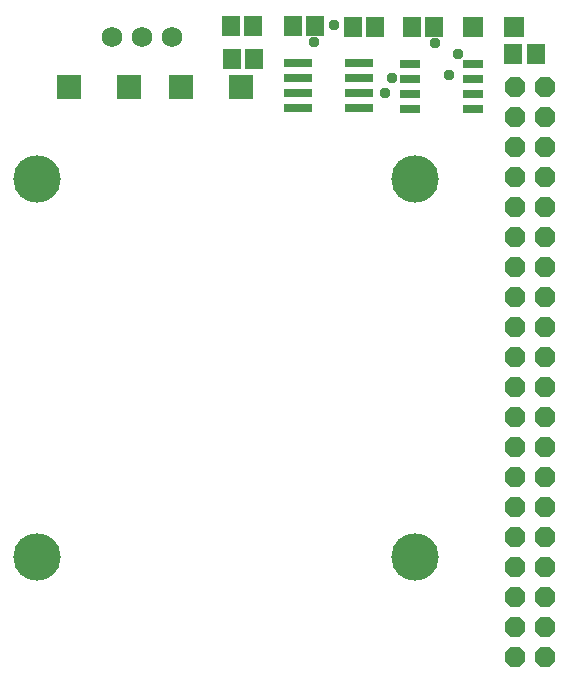
<source format=gbr>
G04 EAGLE Gerber RS-274X export*
G75*
%MOMM*%
%FSLAX34Y34*%
%LPD*%
%INSoldermask Top*%
%IPPOS*%
%AMOC8*
5,1,8,0,0,1.08239X$1,22.5*%
G01*
%ADD10P,1.869504X8X292.500000*%
%ADD11R,1.503200X1.703200*%
%ADD12R,2.108200X2.108200*%
%ADD13C,4.013200*%
%ADD14R,2.403200X0.803200*%
%ADD15R,1.753200X0.803200*%
%ADD16C,1.727200*%
%ADD17R,1.703200X1.703200*%
%ADD18C,0.959600*%


D10*
X466725Y504825D03*
X492125Y504825D03*
X466725Y479425D03*
X492125Y479425D03*
X466725Y454025D03*
X492125Y454025D03*
X466725Y428625D03*
X492125Y428625D03*
X466725Y403225D03*
X492125Y403225D03*
X466725Y377825D03*
X492125Y377825D03*
X466725Y352425D03*
X492125Y352425D03*
X466725Y327025D03*
X492125Y327025D03*
X466725Y301625D03*
X492125Y301625D03*
X466725Y276225D03*
X492125Y276225D03*
X466725Y250825D03*
X492125Y250825D03*
X466725Y225425D03*
X492125Y225425D03*
X466725Y200025D03*
X492125Y200025D03*
X466725Y174625D03*
X492125Y174625D03*
X466725Y149225D03*
X492125Y149225D03*
X466725Y123825D03*
X492125Y123825D03*
X466725Y98425D03*
X492125Y98425D03*
X466725Y73025D03*
X492125Y73025D03*
X466725Y47625D03*
X492125Y47625D03*
X466725Y22225D03*
X492125Y22225D03*
D11*
X348431Y555625D03*
X329431Y555625D03*
D12*
X234950Y504825D03*
X184150Y504825D03*
X139700Y504825D03*
X88900Y504825D03*
D13*
X382225Y426725D03*
X62225Y426725D03*
X62225Y106725D03*
X382225Y106725D03*
D11*
X379438Y555625D03*
X398438Y555625D03*
X245244Y556419D03*
X226244Y556419D03*
D14*
X334769Y499269D03*
X282769Y499269D03*
X334769Y486569D03*
X334769Y511969D03*
X334769Y524669D03*
X282769Y486569D03*
X282769Y511969D03*
X282769Y524669D03*
D11*
X246038Y528638D03*
X227038Y528638D03*
D15*
X431513Y485775D03*
X431513Y498475D03*
X431513Y511175D03*
X431513Y523875D03*
X377513Y523875D03*
X377513Y511175D03*
X377513Y498475D03*
X377513Y485775D03*
D11*
X297631Y556419D03*
X278631Y556419D03*
D16*
X176213Y546894D03*
X150813Y546894D03*
X125413Y546894D03*
D17*
X465969Y555625D03*
X430969Y555625D03*
D11*
X465163Y532606D03*
X484163Y532606D03*
D18*
X313277Y556641D03*
X296767Y542925D03*
X398907Y541433D03*
X356362Y499491D03*
X362522Y512064D03*
X418338Y532638D03*
X410845Y514985D03*
M02*

</source>
